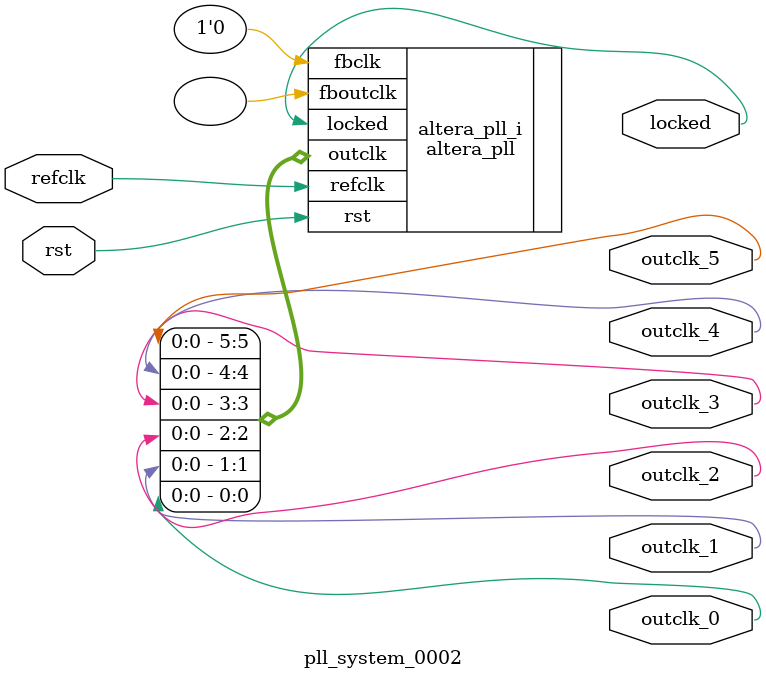
<source format=v>
`timescale 1ns/10ps
module  pll_system_0002(

	// interface 'refclk'
	input wire refclk,

	// interface 'reset'
	input wire rst,

	// interface 'outclk0'
	output wire outclk_0,

	// interface 'outclk1'
	output wire outclk_1,

	// interface 'outclk2'
	output wire outclk_2,

	// interface 'outclk3'
	output wire outclk_3,

	// interface 'outclk4'
	output wire outclk_4,

	// interface 'outclk5'
	output wire outclk_5,

	// interface 'locked'
	output wire locked
);

	altera_pll #(
		.fractional_vco_multiplier("false"),
		.reference_clock_frequency("50.0 MHz"),
		.operation_mode("direct"),
		.number_of_clocks(6),
		.output_clock_frequency0("28.636363 MHz"),
		.phase_shift0("0 ps"),
		.duty_cycle0(50),
		.output_clock_frequency1("57.272727 MHz"),
		.phase_shift1("0 ps"),
		.duty_cycle1(50),
		.output_clock_frequency2("114.545454 MHz"),
		.phase_shift2("0 ps"),
		.duty_cycle2(50),
		.output_clock_frequency3("9.545454 MHz"),
		.phase_shift3("0 ps"),
		.duty_cycle3(50),
		.output_clock_frequency4("7.159090 MHz"),
		.phase_shift4("0 ps"),
		.duty_cycle4(50),
		.output_clock_frequency5("4.772727 MHz"),
		.phase_shift5("0 ps"),
		.duty_cycle5(50),
		.output_clock_frequency6("0 MHz"),
		.phase_shift6("0 ps"),
		.duty_cycle6(50),
		.output_clock_frequency7("0 MHz"),
		.phase_shift7("0 ps"),
		.duty_cycle7(50),
		.output_clock_frequency8("0 MHz"),
		.phase_shift8("0 ps"),
		.duty_cycle8(50),
		.output_clock_frequency9("0 MHz"),
		.phase_shift9("0 ps"),
		.duty_cycle9(50),
		.output_clock_frequency10("0 MHz"),
		.phase_shift10("0 ps"),
		.duty_cycle10(50),
		.output_clock_frequency11("0 MHz"),
		.phase_shift11("0 ps"),
		.duty_cycle11(50),
		.output_clock_frequency12("0 MHz"),
		.phase_shift12("0 ps"),
		.duty_cycle12(50),
		.output_clock_frequency13("0 MHz"),
		.phase_shift13("0 ps"),
		.duty_cycle13(50),
		.output_clock_frequency14("0 MHz"),
		.phase_shift14("0 ps"),
		.duty_cycle14(50),
		.output_clock_frequency15("0 MHz"),
		.phase_shift15("0 ps"),
		.duty_cycle15(50),
		.output_clock_frequency16("0 MHz"),
		.phase_shift16("0 ps"),
		.duty_cycle16(50),
		.output_clock_frequency17("0 MHz"),
		.phase_shift17("0 ps"),
		.duty_cycle17(50),
		.pll_type("General"),
		.pll_subtype("General")
	) altera_pll_i (
		.rst	(rst),
		.outclk	({outclk_5, outclk_4, outclk_3, outclk_2, outclk_1, outclk_0}),
		.locked	(locked),
		.fboutclk	( ),
		.fbclk	(1'b0),
		.refclk	(refclk)
	);
endmodule


</source>
